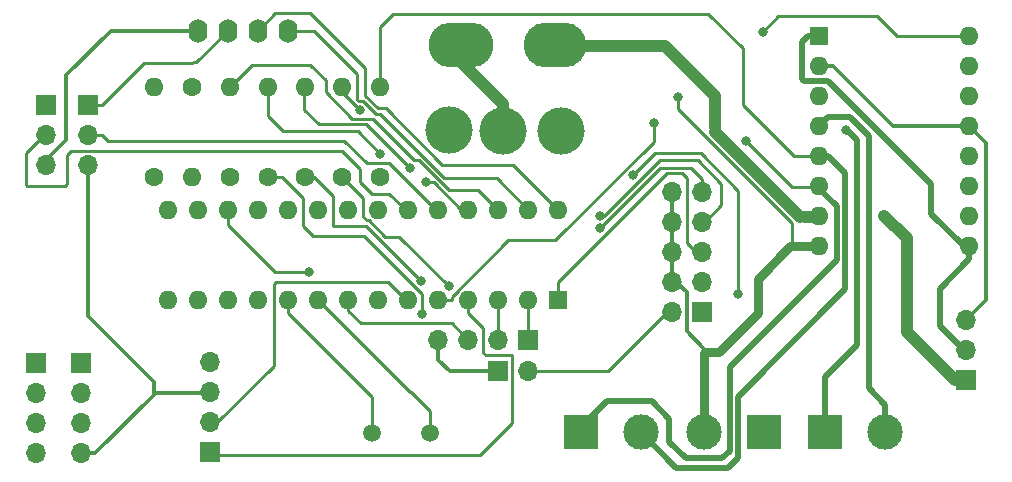
<source format=gbr>
%TF.GenerationSoftware,KiCad,Pcbnew,7.0.7*%
%TF.CreationDate,2025-01-17T17:57:09+01:00*%
%TF.ProjectId,minisumov3,6d696e69-7375-46d6-9f76-332e6b696361,rev?*%
%TF.SameCoordinates,Original*%
%TF.FileFunction,Copper,L2,Bot*%
%TF.FilePolarity,Positive*%
%FSLAX46Y46*%
G04 Gerber Fmt 4.6, Leading zero omitted, Abs format (unit mm)*
G04 Created by KiCad (PCBNEW 7.0.7) date 2025-01-17 17:57:09*
%MOMM*%
%LPD*%
G01*
G04 APERTURE LIST*
%TA.AperFunction,ComponentPad*%
%ADD10C,1.600000*%
%TD*%
%TA.AperFunction,ComponentPad*%
%ADD11O,1.600000X1.600000*%
%TD*%
%TA.AperFunction,ComponentPad*%
%ADD12R,3.000000X3.000000*%
%TD*%
%TA.AperFunction,ComponentPad*%
%ADD13C,3.000000*%
%TD*%
%TA.AperFunction,ComponentPad*%
%ADD14O,1.600000X2.000000*%
%TD*%
%TA.AperFunction,ComponentPad*%
%ADD15R,1.700000X1.700000*%
%TD*%
%TA.AperFunction,ComponentPad*%
%ADD16O,1.700000X1.700000*%
%TD*%
%TA.AperFunction,ComponentPad*%
%ADD17R,1.600000X1.600000*%
%TD*%
%TA.AperFunction,ComponentPad*%
%ADD18C,4.000000*%
%TD*%
%TA.AperFunction,ComponentPad*%
%ADD19O,5.500000X3.800000*%
%TD*%
%TA.AperFunction,ComponentPad*%
%ADD20O,5.300000X3.800000*%
%TD*%
%TA.AperFunction,ComponentPad*%
%ADD21C,1.500000*%
%TD*%
%TA.AperFunction,ViaPad*%
%ADD22C,0.800000*%
%TD*%
%TA.AperFunction,Conductor*%
%ADD23C,0.750000*%
%TD*%
%TA.AperFunction,Conductor*%
%ADD24C,1.000000*%
%TD*%
%TA.AperFunction,Conductor*%
%ADD25C,0.250000*%
%TD*%
%TA.AperFunction,Conductor*%
%ADD26C,0.350000*%
%TD*%
%TA.AperFunction,Conductor*%
%ADD27C,0.500000*%
%TD*%
G04 APERTURE END LIST*
D10*
%TO.P,R3,1*%
%TO.N,Net-(D1-BA)*%
X127500000Y-93200000D03*
D11*
%TO.P,R3,2*%
%TO.N,Blue*%
X127500000Y-85580000D03*
%TD*%
D12*
%TO.P,M2,1,+*%
%TO.N,BO1*%
X157220000Y-114800000D03*
D13*
%TO.P,M2,2,-*%
%TO.N,BO2*%
X162300000Y-114800000D03*
%TD*%
D14*
%TO.P,Brd1,1,GND*%
%TO.N,GND*%
X124760000Y-80800000D03*
%TO.P,Brd1,2,VCC*%
%TO.N,+5V*%
X127300000Y-80800000D03*
%TO.P,Brd1,3,SCL*%
%TO.N,SCL*%
X129840000Y-80800000D03*
%TO.P,Brd1,4,SDA*%
%TO.N,SDA*%
X132380000Y-80800000D03*
%TD*%
D15*
%TO.P,SO1,1,ENABLE*%
%TO.N,EN1*%
X111100000Y-108980000D03*
D16*
%TO.P,SO1,2,OUT*%
%TO.N,SO1*%
X111100000Y-111520000D03*
%TO.P,SO1,3,VDD*%
%TO.N,+5V*%
X111100000Y-114060000D03*
%TO.P,SO1,4,GND*%
%TO.N,GND*%
X111100000Y-116600000D03*
%TD*%
D15*
%TO.P,J5,1,Pin_1*%
%TO.N,+5V*%
X150160000Y-109600000D03*
D16*
%TO.P,J5,2,Pin_2*%
X152700000Y-109600000D03*
%TD*%
D15*
%TO.P,S2,1,VIN*%
%TO.N,+5V*%
X115500000Y-87100000D03*
D16*
%TO.P,S2,2,OUT*%
%TO.N,S2*%
X115500000Y-89640000D03*
%TO.P,S2,3,GND*%
%TO.N,GND*%
X115500000Y-92180000D03*
%TD*%
D17*
%TO.P,TB1,1,GND*%
%TO.N,GND*%
X177400000Y-81260000D03*
D11*
%TO.P,TB1,2,VCC*%
%TO.N,+5V*%
X177400000Y-83800000D03*
%TO.P,TB1,3,AO1*%
%TO.N,AO1*%
X177400000Y-86340000D03*
%TO.P,TB1,4,AO2*%
%TO.N,AO2*%
X177400000Y-88880000D03*
%TO.P,TB1,5,BO2*%
%TO.N,BO2*%
X177400000Y-91420000D03*
%TO.P,TB1,6,BO1*%
%TO.N,BO1*%
X177400000Y-93960000D03*
%TO.P,TB1,7,VMOT*%
%TO.N,+BATT*%
X177400000Y-96500000D03*
%TO.P,TB1,8,GND*%
%TO.N,GND*%
X177400000Y-99040000D03*
%TO.P,TB1,9,GND*%
X190100000Y-99040000D03*
%TO.P,TB1,10,PWMB*%
%TO.N,PWMB*%
X190100000Y-96500000D03*
%TO.P,TB1,11,BIN2*%
%TO.N,BIN2*%
X190100000Y-93960000D03*
%TO.P,TB1,12,BIN1*%
%TO.N,BIN1*%
X190100000Y-91420000D03*
%TO.P,TB1,13,~{STBY}*%
%TO.N,+5V*%
X190100000Y-88880000D03*
%TO.P,TB1,14,AIN1*%
%TO.N,AIN1*%
X190100000Y-86340000D03*
%TO.P,TB1,15,AIN2*%
%TO.N,AIN2*%
X190100000Y-83800000D03*
%TO.P,TB1,16,PWMA*%
%TO.N,PWMA*%
X190100000Y-81260000D03*
%TD*%
D10*
%TO.P,R5,1*%
%TO.N,Net-(D3-K)*%
X133900000Y-93200000D03*
D11*
%TO.P,R5,2*%
%TO.N,AO2*%
X133900000Y-85580000D03*
%TD*%
D15*
%TO.P,S1,1,VIN*%
%TO.N,+5V*%
X111900000Y-87075000D03*
D16*
%TO.P,S1,2,OUT*%
%TO.N,S1*%
X111900000Y-89615000D03*
%TO.P,S1,3,GND*%
%TO.N,GND*%
X111900000Y-92155000D03*
%TD*%
D15*
%TO.P,P1,1,VIN*%
%TO.N,+BATT*%
X189800000Y-110425000D03*
D16*
%TO.P,P1,2,GND*%
%TO.N,GND*%
X189800000Y-107885000D03*
%TO.P,P1,3,VOUT*%
%TO.N,+5V*%
X189800000Y-105345000D03*
%TD*%
D15*
%TO.P,J3,1,MOSI*%
%TO.N,MOSI*%
X167440000Y-104620000D03*
D16*
%TO.P,J3,2,VCC*%
%TO.N,+5V*%
X164900000Y-104620000D03*
%TO.P,J3,3,NC*%
%TO.N,unconnected-(J3-NC-Pad3)*%
X167440000Y-102080000D03*
%TO.P,J3,4,GND*%
%TO.N,GND*%
X164900000Y-102080000D03*
%TO.P,J3,5,~{RST}*%
%TO.N,RST*%
X167440000Y-99540000D03*
%TO.P,J3,6,GND*%
%TO.N,GND*%
X164900000Y-99540000D03*
%TO.P,J3,7,SCK*%
%TO.N,SCK*%
X167440000Y-97000000D03*
%TO.P,J3,8,GND*%
%TO.N,GND*%
X164900000Y-97000000D03*
%TO.P,J3,9,MISO*%
%TO.N,MISO*%
X167440000Y-94460000D03*
%TO.P,J3,10,GND*%
%TO.N,GND*%
X164900000Y-94460000D03*
%TD*%
D18*
%TO.P,SW1,1*%
%TO.N,Net-(J1-Pin_1)*%
X155499982Y-89299968D03*
%TO.P,SW1,2*%
%TO.N,Net-(F1-Pad1)*%
X150581700Y-89288100D03*
%TO.P,SW1,3*%
%TO.N,N/C*%
X146058424Y-89258898D03*
%TD*%
D15*
%TO.P,J2,1,Pin_1*%
%TO.N,Net-(J2-Pin_1)*%
X152780000Y-107000000D03*
D16*
%TO.P,J2,2,Pin_2*%
%TO.N,Net-(J2-Pin_2)*%
X150240000Y-107000000D03*
%TO.P,J2,3,Pin_3*%
%TO.N,GND*%
X147700000Y-107000000D03*
%TO.P,J2,4,Pin_4*%
%TO.N,+5V*%
X145160000Y-107000000D03*
%TD*%
D10*
%TO.P,R2,1*%
%TO.N,Net-(D1-GA)*%
X124300000Y-85580000D03*
D11*
%TO.P,R2,2*%
%TO.N,Green*%
X124300000Y-93200000D03*
%TD*%
D10*
%TO.P,R1,1*%
%TO.N,Net-(D1-RA)*%
X121100000Y-93210000D03*
D11*
%TO.P,R1,2*%
%TO.N,Red*%
X121100000Y-85590000D03*
%TD*%
D19*
%TO.P,F1,1*%
%TO.N,Net-(F1-Pad1)*%
X147050000Y-82000000D03*
D20*
%TO.P,F1,2*%
%TO.N,+BATT*%
X155050000Y-82000000D03*
%TD*%
D15*
%TO.P,J4,1,Pin_1*%
%TO.N,KS*%
X125800000Y-116500000D03*
D16*
%TO.P,J4,2,Pin_2*%
%TO.N,START*%
X125800000Y-113960000D03*
%TO.P,J4,3,Pin_3*%
%TO.N,GND*%
X125800000Y-111420000D03*
%TO.P,J4,4,Pin_4*%
%TO.N,+5V*%
X125800000Y-108880000D03*
%TD*%
D10*
%TO.P,R7,1*%
%TO.N,Net-(D6-K)*%
X140200000Y-93200000D03*
D11*
%TO.P,R7,2*%
%TO.N,BO2*%
X140200000Y-85580000D03*
%TD*%
D10*
%TO.P,R6,1*%
%TO.N,Net-(D5-K)*%
X137000000Y-93200000D03*
D11*
%TO.P,R6,2*%
%TO.N,BO1*%
X137000000Y-85580000D03*
%TD*%
D12*
%TO.P,M1,1,+*%
%TO.N,AO1*%
X177900000Y-114800000D03*
D13*
%TO.P,M1,2,-*%
%TO.N,AO2*%
X182980000Y-114800000D03*
%TD*%
D10*
%TO.P,R4,1*%
%TO.N,Net-(D4-K)*%
X130700000Y-93200000D03*
D11*
%TO.P,R4,2*%
%TO.N,AO1*%
X130700000Y-85580000D03*
%TD*%
D16*
%TO.P,SO2,4,GND*%
%TO.N,GND*%
X114900000Y-116580000D03*
%TO.P,SO2,3,VDD*%
%TO.N,+5V*%
X114900000Y-114040000D03*
%TO.P,SO2,2,OUT*%
%TO.N,SO2*%
X114900000Y-111500000D03*
D15*
%TO.P,SO2,1,ENABLE*%
%TO.N,EN2*%
X114900000Y-108960000D03*
%TD*%
D17*
%TO.P,U1,1,~{RESET}/PC6*%
%TO.N,RST*%
X155300000Y-103600000D03*
D11*
%TO.P,U1,2,PD0*%
%TO.N,Net-(J2-Pin_1)*%
X152760000Y-103600000D03*
%TO.P,U1,3,PD1*%
%TO.N,Net-(J2-Pin_2)*%
X150220000Y-103600000D03*
%TO.P,U1,4,PD2*%
%TO.N,KS*%
X147680000Y-103600000D03*
%TO.P,U1,5,PD3*%
%TO.N,PWMA*%
X145140000Y-103600000D03*
%TO.P,U1,6,PD4*%
%TO.N,START*%
X142600000Y-103600000D03*
%TO.P,U1,7,VCC*%
%TO.N,+5V*%
X140060000Y-103600000D03*
%TO.P,U1,8,GND*%
%TO.N,GND*%
X137520000Y-103600000D03*
%TO.P,U1,9,XTAL1/PB6*%
%TO.N,Net-(U1-XTAL1{slash}PB6)*%
X134980000Y-103600000D03*
%TO.P,U1,10,XTAL2/PB7*%
%TO.N,Net-(U1-XTAL2{slash}PB7)*%
X132440000Y-103600000D03*
%TO.P,U1,11,PD5*%
%TO.N,PWMB*%
X129900000Y-103600000D03*
%TO.P,U1,12,PD6*%
%TO.N,BIN1*%
X127360000Y-103600000D03*
%TO.P,U1,13,PD7*%
%TO.N,BIN2*%
X124820000Y-103600000D03*
%TO.P,U1,14,PB0*%
%TO.N,AIN1*%
X122280000Y-103600000D03*
%TO.P,U1,15,PB1*%
%TO.N,AIN2*%
X122280000Y-95980000D03*
%TO.P,U1,16,PB2*%
%TO.N,Red*%
X124820000Y-95980000D03*
%TO.P,U1,17,PB3*%
%TO.N,MOSI*%
X127360000Y-95980000D03*
%TO.P,U1,18,PB4*%
%TO.N,MISO*%
X129900000Y-95980000D03*
%TO.P,U1,19,PB5*%
%TO.N,SCK*%
X132440000Y-95980000D03*
%TO.P,U1,20,AVCC*%
%TO.N,unconnected-(U1-AVCC-Pad20)*%
X134980000Y-95980000D03*
%TO.P,U1,21,AREF*%
%TO.N,unconnected-(U1-AREF-Pad21)*%
X137520000Y-95980000D03*
%TO.P,U1,22,GND*%
%TO.N,GND*%
X140060000Y-95980000D03*
%TO.P,U1,23,PC0*%
%TO.N,S1*%
X142600000Y-95980000D03*
%TO.P,U1,24,PC1*%
%TO.N,S2*%
X145140000Y-95980000D03*
%TO.P,U1,25,PC2*%
%TO.N,Green*%
X147680000Y-95980000D03*
%TO.P,U1,26,PC3*%
%TO.N,Blue*%
X150220000Y-95980000D03*
%TO.P,U1,27,PC4*%
%TO.N,SDA*%
X152760000Y-95980000D03*
%TO.P,U1,28,PC5*%
%TO.N,SCL*%
X155300000Y-95980000D03*
%TD*%
D12*
%TO.P,J1,1,Pin_1*%
%TO.N,Net-(J1-Pin_1)*%
X172740000Y-114800000D03*
D13*
%TO.P,J1,2,Pin_2*%
%TO.N,GND*%
X167660000Y-114800000D03*
%TD*%
D21*
%TO.P,Y1,1,1*%
%TO.N,Net-(U1-XTAL2{slash}PB7)*%
X139550000Y-114900000D03*
%TO.P,Y1,2,2*%
%TO.N,Net-(U1-XTAL1{slash}PB6)*%
X144430000Y-114900000D03*
%TD*%
D22*
%TO.N,GND*%
X165461200Y-86384300D03*
%TO.N,Net-(D3-K)*%
X143715300Y-101970600D03*
%TO.N,Net-(D4-K)*%
X143796300Y-104823200D03*
%TO.N,Net-(D5-K)*%
X146026300Y-102456400D03*
%TO.N,Net-(D6-K)*%
X161595600Y-93062700D03*
X170560100Y-103105600D03*
%TO.N,+BATT*%
X182900000Y-96500000D03*
%TO.N,MOSI*%
X134201700Y-101227500D03*
%TO.N,SCK*%
X158797700Y-96496200D03*
%TO.N,MISO*%
X158795400Y-97530000D03*
%TO.N,AO1*%
X179700000Y-89200000D03*
X140242100Y-91212100D03*
%TO.N,AO2*%
X142779700Y-92469900D03*
%TO.N,BO1*%
X171193100Y-90187500D03*
X138481700Y-87514900D03*
%TO.N,Green*%
X144131100Y-93658300D03*
%TO.N,PWMA*%
X172600000Y-80900000D03*
X163400000Y-88600000D03*
%TD*%
D23*
%TO.N,+BATT*%
X175808650Y-96608650D02*
X176208650Y-96608650D01*
D24*
X168591350Y-89391350D02*
X175808650Y-96608650D01*
D23*
X168591350Y-88991350D02*
X168591350Y-89391350D01*
D25*
%TO.N,RST*%
X165800000Y-92900000D02*
X166170000Y-93270000D01*
X166940000Y-99540000D02*
X167440000Y-99540000D01*
X164500000Y-92900000D02*
X165800000Y-92900000D01*
X166170000Y-98770000D02*
X166940000Y-99540000D01*
X155300000Y-102100000D02*
X164500000Y-92900000D01*
X166170000Y-93270000D02*
X166170000Y-98770000D01*
X155300000Y-103600000D02*
X155300000Y-102100000D01*
D26*
%TO.N,GND*%
X166170100Y-102970100D02*
X165280000Y-102080000D01*
X166170100Y-106270100D02*
X166170100Y-102970100D01*
X167660000Y-107760000D02*
X166170100Y-106270100D01*
X167660000Y-108100000D02*
X167660000Y-107760000D01*
D23*
X167660000Y-108100000D02*
X167660000Y-114800000D01*
X174960000Y-99040000D02*
X175097500Y-99040000D01*
X172200000Y-101800000D02*
X174960000Y-99040000D01*
X172200000Y-104700000D02*
X172200000Y-101800000D01*
X167660000Y-108100000D02*
X167760000Y-108000000D01*
X168900000Y-108000000D02*
X172200000Y-104700000D01*
X167760000Y-108000000D02*
X168900000Y-108000000D01*
D25*
X137520000Y-104520000D02*
X137520000Y-103600000D01*
X138600000Y-105600000D02*
X137520000Y-104520000D01*
X147700000Y-107000000D02*
X146300000Y-105600000D01*
X146300000Y-105600000D02*
X138600000Y-105600000D01*
%TO.N,MOSI*%
X127360000Y-97260000D02*
X131327500Y-101227500D01*
X127360000Y-95980000D02*
X127360000Y-97260000D01*
X131327500Y-101227500D02*
X134201700Y-101227500D01*
%TO.N,Net-(D4-K)*%
X143796300Y-103139400D02*
X143796300Y-104823200D01*
X138822500Y-98165600D02*
X143796300Y-103139400D01*
X134565600Y-98165600D02*
X138822500Y-98165600D01*
X131900000Y-93200000D02*
X133710000Y-95010000D01*
X133710000Y-97310000D02*
X134565600Y-98165600D01*
X130700000Y-93200000D02*
X131900000Y-93200000D01*
X133710000Y-95010000D02*
X133710000Y-97310000D01*
%TO.N,Net-(D3-K)*%
X136250000Y-97312500D02*
X139057200Y-97312500D01*
X136250000Y-94850000D02*
X136250000Y-97312500D01*
X139057200Y-97312500D02*
X143715300Y-101970600D01*
X133900000Y-93200000D02*
X134600000Y-93200000D01*
X134600000Y-93200000D02*
X136250000Y-94850000D01*
%TO.N,S1*%
X111785000Y-89615000D02*
X111900000Y-89615000D01*
X110200000Y-91200000D02*
X111785000Y-89615000D01*
X110200000Y-93900000D02*
X110200000Y-91200000D01*
X113500000Y-94000000D02*
X110300000Y-94000000D01*
X113700000Y-93800000D02*
X113500000Y-94000000D01*
X113700000Y-91300000D02*
X113700000Y-93800000D01*
X136993200Y-90993200D02*
X114006800Y-90993200D01*
X114006800Y-90993200D02*
X113700000Y-91300000D01*
X138500000Y-92500000D02*
X136993200Y-90993200D01*
X138500000Y-93600000D02*
X138500000Y-92500000D01*
X139500000Y-94600000D02*
X138500000Y-93600000D01*
X142380000Y-95980000D02*
X141000000Y-94600000D01*
X141000000Y-94600000D02*
X139500000Y-94600000D01*
X110300000Y-94000000D02*
X110200000Y-93900000D01*
X142600000Y-95980000D02*
X142380000Y-95980000D01*
%TO.N,Blue*%
X148516100Y-94276100D02*
X150220000Y-95980000D01*
X146009500Y-94276100D02*
X148516100Y-94276100D01*
X143478300Y-91744900D02*
X146009500Y-94276100D01*
X143044900Y-91744900D02*
X143478300Y-91744900D01*
X135610000Y-86014400D02*
X137872700Y-88277100D01*
X135610000Y-85010000D02*
X135610000Y-86014400D01*
X139577100Y-88277100D02*
X143044900Y-91744900D01*
X134300000Y-83700000D02*
X135610000Y-85010000D01*
X137872700Y-88277100D02*
X139577100Y-88277100D01*
X129380000Y-83700000D02*
X134300000Y-83700000D01*
X127500000Y-85580000D02*
X129380000Y-83700000D01*
%TO.N,SDA*%
X150077100Y-93297100D02*
X152760000Y-95980000D01*
X145666896Y-93297100D02*
X150077100Y-93297100D01*
X140196896Y-87827100D02*
X145666896Y-93297100D01*
X138393096Y-86789900D02*
X138789900Y-86789900D01*
X139827100Y-87827100D02*
X140196896Y-87827100D01*
X138300000Y-86696804D02*
X138393096Y-86789900D01*
X138300000Y-84500000D02*
X138300000Y-86696804D01*
X134600000Y-80800000D02*
X138300000Y-84500000D01*
X132380000Y-80800000D02*
X134600000Y-80800000D01*
X138789900Y-86789900D02*
X139827100Y-87827100D01*
D27*
%TO.N,GND*%
X176132382Y-85067618D02*
X178167618Y-85067618D01*
X175900000Y-81800000D02*
X175900000Y-84900000D01*
D25*
X165461200Y-86384300D02*
X165461200Y-87461200D01*
D26*
X117400000Y-80800000D02*
X124760000Y-80800000D01*
D25*
X175097500Y-97097500D02*
X175097500Y-99040000D01*
D26*
X114900000Y-116580000D02*
X116076900Y-116580000D01*
D27*
X190100000Y-100166900D02*
X187600000Y-102666900D01*
D26*
X164900000Y-97000000D02*
X164900000Y-99540000D01*
D27*
X186900000Y-96300000D02*
X189640000Y-99040000D01*
D25*
X164900000Y-102080000D02*
X165280000Y-102080000D01*
X189685000Y-107885000D02*
X189800000Y-107885000D01*
D27*
X187600000Y-102666900D02*
X187600000Y-105800000D01*
D23*
X177400000Y-99040000D02*
X176273100Y-99040000D01*
D26*
X115500000Y-105000000D02*
X121036900Y-110536900D01*
D27*
X186900000Y-93800000D02*
X186900000Y-96300000D01*
X187600000Y-105800000D02*
X189685000Y-107885000D01*
X176100000Y-85100000D02*
X176132382Y-85067618D01*
D26*
X113600000Y-84600000D02*
X117400000Y-80800000D01*
D27*
X177400000Y-81260000D02*
X176440000Y-81260000D01*
D25*
X111900000Y-92155000D02*
X111900000Y-91800000D01*
D27*
X190100000Y-99040000D02*
X190100000Y-100166900D01*
D26*
X164900000Y-99540000D02*
X164900000Y-100903100D01*
X111900000Y-91800000D02*
X113600000Y-90100000D01*
X121036900Y-111620000D02*
X116076900Y-116580000D01*
D25*
X125800000Y-111620000D02*
X125680000Y-111500000D01*
X121156900Y-111500000D02*
X121036900Y-111620000D01*
D26*
X164900000Y-94460000D02*
X164900000Y-97000000D01*
D27*
X175900000Y-84900000D02*
X176100000Y-85100000D01*
D26*
X113600000Y-90100000D02*
X113600000Y-84600000D01*
D27*
X178167618Y-85067618D02*
X186900000Y-93800000D01*
D26*
X121036900Y-110536900D02*
X121036900Y-111620000D01*
D23*
X175097500Y-99040000D02*
X176273100Y-99040000D01*
D26*
X164900000Y-102080000D02*
X164900000Y-100903100D01*
X125680000Y-111500000D02*
X121156900Y-111500000D01*
D25*
X189640000Y-99040000D02*
X190100000Y-99040000D01*
D27*
X176440000Y-81260000D02*
X175900000Y-81800000D01*
D26*
X115500000Y-92180000D02*
X115500000Y-105000000D01*
D25*
X165461200Y-87461200D02*
X175097500Y-97097500D01*
%TO.N,+5V*%
X124600000Y-83500000D02*
X124400000Y-83500000D01*
X152700000Y-109600000D02*
X159500000Y-109600000D01*
D26*
X145160000Y-107000000D02*
X145160000Y-108660000D01*
X178526900Y-83800000D02*
X183606900Y-88880000D01*
X191500000Y-90280000D02*
X190100000Y-88880000D01*
X191500000Y-103645000D02*
X191500000Y-90280000D01*
X145160000Y-108660000D02*
X146100000Y-109600000D01*
D25*
X124380000Y-83520000D02*
X120256900Y-83520000D01*
X159500000Y-109600000D02*
X164480000Y-104620000D01*
X116676900Y-87100000D02*
X115500000Y-87100000D01*
D26*
X146100000Y-109600000D02*
X150160000Y-109600000D01*
X189800000Y-105345000D02*
X191500000Y-103645000D01*
D25*
X124400000Y-83500000D02*
X124380000Y-83520000D01*
X120256900Y-83520000D02*
X116676900Y-87100000D01*
D26*
X177400000Y-83800000D02*
X178526900Y-83800000D01*
D25*
X164480000Y-104620000D02*
X164900000Y-104620000D01*
X127300000Y-80800000D02*
X124600000Y-83500000D01*
D26*
X183606900Y-88880000D02*
X190100000Y-88880000D01*
D25*
%TO.N,SCL*%
X138951900Y-83951900D02*
X134300000Y-79300000D01*
X145448800Y-92148800D02*
X140677100Y-87377100D01*
X134300000Y-79300000D02*
X131340000Y-79300000D01*
X140013496Y-87377100D02*
X138976296Y-86339900D01*
X140677100Y-87377100D02*
X140013496Y-87377100D01*
X131340000Y-79300000D02*
X129840000Y-80800000D01*
X155300000Y-95980000D02*
X151468800Y-92148800D01*
X151468800Y-92148800D02*
X145448800Y-92148800D01*
X138951900Y-86339900D02*
X138951900Y-83951900D01*
X138976296Y-86339900D02*
X138951900Y-86339900D01*
%TO.N,Net-(U1-XTAL1{slash}PB6)*%
X142780000Y-111400000D02*
X142800000Y-111400000D01*
X134980000Y-103600000D02*
X142780000Y-111400000D01*
X144430000Y-113030000D02*
X144430000Y-114900000D01*
X142800000Y-111400000D02*
X144430000Y-113030000D01*
%TO.N,Net-(U1-XTAL2{slash}PB7)*%
X132440000Y-103600000D02*
X132440000Y-104726900D01*
X139550000Y-114900000D02*
X139550000Y-111836900D01*
X139550000Y-111836900D02*
X132440000Y-104726900D01*
%TO.N,Net-(D5-K)*%
X137000000Y-93200000D02*
X138790000Y-94990000D01*
X139105650Y-96862500D02*
X139243596Y-96862500D01*
X138790000Y-96546850D02*
X139105650Y-96862500D01*
X140636496Y-98255400D02*
X141825300Y-98255400D01*
X139243596Y-96862500D02*
X140636496Y-98255400D01*
X141825300Y-98255400D02*
X146026300Y-102456400D01*
X138790000Y-94990000D02*
X138790000Y-96546850D01*
%TO.N,Net-(D6-K)*%
X163458300Y-91200000D02*
X167400000Y-91200000D01*
X161595600Y-93062700D02*
X163458300Y-91200000D01*
X170560100Y-94360100D02*
X170560100Y-103105600D01*
X167400000Y-91200000D02*
X170560100Y-94360100D01*
%TO.N,Net-(F1-Pad1)*%
X147050000Y-82000000D02*
X147050000Y-83450000D01*
D24*
X147050000Y-83450000D02*
X150581700Y-86981700D01*
X150581700Y-86981700D02*
X150581700Y-89288100D01*
%TO.N,+BATT*%
X184800000Y-106300000D02*
X184800000Y-98400000D01*
X154985550Y-82108650D02*
X164335550Y-82108650D01*
X184800000Y-98400000D02*
X182900000Y-96500000D01*
X164335550Y-82108650D02*
X168591350Y-86364450D01*
X176208650Y-96608650D02*
X177335550Y-96608650D01*
X188925000Y-110425000D02*
X184800000Y-106300000D01*
X189800000Y-110425000D02*
X188925000Y-110425000D01*
X168591350Y-86364450D02*
X168591350Y-88991350D01*
D25*
%TO.N,Net-(J2-Pin_1)*%
X152760000Y-105803100D02*
X152780000Y-105823100D01*
X152760000Y-103600000D02*
X152760000Y-105803100D01*
X152780000Y-107000000D02*
X152780000Y-105823100D01*
%TO.N,Net-(J2-Pin_2)*%
X150220000Y-103600000D02*
X150220000Y-106980000D01*
X150220000Y-106980000D02*
X150240000Y-107000000D01*
%TO.N,SCK*%
X167700000Y-97000000D02*
X169100000Y-95600000D01*
X167100000Y-91800000D02*
X163886300Y-91800000D01*
X163886300Y-91800000D02*
X159190100Y-96496200D01*
X167440000Y-97000000D02*
X167700000Y-97000000D01*
X169100000Y-95600000D02*
X169100000Y-93800000D01*
X169100000Y-93800000D02*
X167100000Y-91800000D01*
X159190100Y-96496200D02*
X158797700Y-96496200D01*
%TO.N,MISO*%
X158795400Y-97530000D02*
X163925400Y-92400000D01*
X167440000Y-93340000D02*
X167440000Y-94460000D01*
X163925400Y-92400000D02*
X166500000Y-92400000D01*
X166500000Y-92400000D02*
X167440000Y-93340000D01*
%TO.N,KS*%
X151400000Y-114000000D02*
X151400000Y-108300000D01*
X147680000Y-104726900D02*
X147680000Y-103600000D01*
X151400000Y-108300000D02*
X149200000Y-108300000D01*
X148700000Y-116700000D02*
X151400000Y-114000000D01*
X125800000Y-116700000D02*
X148700000Y-116700000D01*
X148969900Y-106016800D02*
X147680000Y-104726900D01*
X149200000Y-108300000D02*
X148969900Y-108069900D01*
X148969900Y-108069900D02*
X148969900Y-106016800D01*
%TO.N,START*%
X142400000Y-103600000D02*
X142600000Y-103600000D01*
X131200000Y-102300000D02*
X131400000Y-102100000D01*
X125800000Y-114160000D02*
X125800000Y-113960000D01*
X140900000Y-102100000D02*
X142400000Y-103600000D01*
X131200000Y-109200000D02*
X131200000Y-102300000D01*
X131400000Y-102100000D02*
X140900000Y-102100000D01*
X126440000Y-113960000D02*
X131200000Y-109200000D01*
X125800000Y-113960000D02*
X126440000Y-113960000D01*
%TO.N,AO1*%
X179700000Y-89200000D02*
X179900000Y-89400000D01*
X130700000Y-85580000D02*
X130700000Y-88040000D01*
D27*
X177900000Y-110100000D02*
X177900000Y-114800000D01*
D25*
X138329000Y-89299000D02*
X140242100Y-91212100D01*
X131959000Y-89299000D02*
X138329000Y-89299000D01*
D27*
X180600000Y-90100000D02*
X180600000Y-107400000D01*
X180600000Y-107400000D02*
X177900000Y-110100000D01*
X179900000Y-89400000D02*
X180600000Y-90100000D01*
D25*
X130700000Y-88040000D02*
X131959000Y-89299000D01*
X177400000Y-86340000D02*
X177340000Y-86400000D01*
D27*
%TO.N,AO2*%
X181600000Y-89700000D02*
X181600000Y-111100000D01*
X178180000Y-88100000D02*
X180000000Y-88100000D01*
X183000000Y-112500000D02*
X183000000Y-114780000D01*
D25*
X183000000Y-114780000D02*
X182980000Y-114800000D01*
X133900000Y-85580000D02*
X133900000Y-86000000D01*
D27*
X180000000Y-88100000D02*
X181600000Y-89700000D01*
D25*
X135027100Y-88727100D02*
X139036900Y-88727100D01*
X133800000Y-87500000D02*
X135027100Y-88727100D01*
X133800000Y-86100000D02*
X133800000Y-87500000D01*
X133900000Y-86000000D02*
X133800000Y-86100000D01*
X139036900Y-88727100D02*
X142779700Y-92469900D01*
D27*
X181600000Y-111100000D02*
X183000000Y-112500000D01*
X177400000Y-88880000D02*
X178180000Y-88100000D01*
%TO.N,BO1*%
X164700000Y-113700000D02*
X163200000Y-112200000D01*
X164700000Y-115600000D02*
X164700000Y-113700000D01*
X177400000Y-94189500D02*
X178900000Y-95689500D01*
D25*
X177400000Y-94074700D02*
X177400000Y-94189500D01*
X137000000Y-86033200D02*
X137000000Y-85580000D01*
D27*
X169800000Y-109300000D02*
X169800000Y-116400000D01*
X178900000Y-100200000D02*
X169800000Y-109300000D01*
X169200000Y-117000000D02*
X166100000Y-117000000D01*
X178900000Y-95689500D02*
X178900000Y-100200000D01*
D25*
X138481700Y-87514900D02*
X137000000Y-86033200D01*
X157220000Y-114380000D02*
X157220000Y-114800000D01*
X177400000Y-93960000D02*
X177400000Y-94074700D01*
D27*
X169800000Y-116400000D02*
X169200000Y-117000000D01*
D25*
X175080300Y-94074700D02*
X171193100Y-90187500D01*
X177400000Y-94074700D02*
X175080300Y-94074700D01*
D27*
X166100000Y-117000000D02*
X164700000Y-115600000D01*
X163200000Y-112200000D02*
X159400000Y-112200000D01*
X159400000Y-112200000D02*
X157220000Y-114380000D01*
%TO.N,BO2*%
X179600000Y-92900000D02*
X179600000Y-102700000D01*
X169700000Y-117800000D02*
X165300000Y-117800000D01*
X178120000Y-91420000D02*
X179600000Y-92900000D01*
D25*
X170900000Y-87100000D02*
X175220000Y-91420000D01*
X140200000Y-80500000D02*
X141300000Y-79400000D01*
D27*
X170500000Y-117000000D02*
X169700000Y-117800000D01*
X179600000Y-102700000D02*
X170500000Y-111800000D01*
D25*
X168000000Y-79400000D02*
X170900000Y-82300000D01*
D27*
X165300000Y-117800000D02*
X162300000Y-114800000D01*
D25*
X141300000Y-79400000D02*
X168000000Y-79400000D01*
X170900000Y-82300000D02*
X170900000Y-87100000D01*
D27*
X170500000Y-111800000D02*
X170500000Y-117000000D01*
D25*
X140200000Y-85580000D02*
X140200000Y-80500000D01*
X177400000Y-91420000D02*
X178120000Y-91420000D01*
X175220000Y-91420000D02*
X177400000Y-91420000D01*
%TO.N,Green*%
X144755304Y-93658300D02*
X144131100Y-93658300D01*
X147680000Y-95980000D02*
X147077004Y-95980000D01*
X147077004Y-95980000D02*
X144755304Y-93658300D01*
%TO.N,S2*%
X144980000Y-95980000D02*
X141006100Y-92006100D01*
X117164500Y-90127600D02*
X116676900Y-89640000D01*
X139074600Y-92006100D02*
X137196100Y-90127600D01*
X141006100Y-92006100D02*
X139074600Y-92006100D01*
X137196100Y-90127600D02*
X117164500Y-90127600D01*
X145140000Y-95980000D02*
X144980000Y-95980000D01*
X116676900Y-89640000D02*
X115500000Y-89640000D01*
%TO.N,PWMA*%
X151031400Y-98574000D02*
X146266900Y-103338500D01*
X146266900Y-103338500D02*
X146266900Y-103600000D01*
X183960000Y-81260000D02*
X190100000Y-81260000D01*
X155026000Y-98574000D02*
X151031400Y-98574000D01*
X163400000Y-90200000D02*
X155026000Y-98574000D01*
X172600000Y-80900000D02*
X173900000Y-79600000D01*
X163400000Y-88600000D02*
X163400000Y-90200000D01*
X182300000Y-79600000D02*
X183960000Y-81260000D01*
X146266900Y-103600000D02*
X145140000Y-103600000D01*
X173900000Y-79600000D02*
X182300000Y-79600000D01*
%TD*%
M02*

</source>
